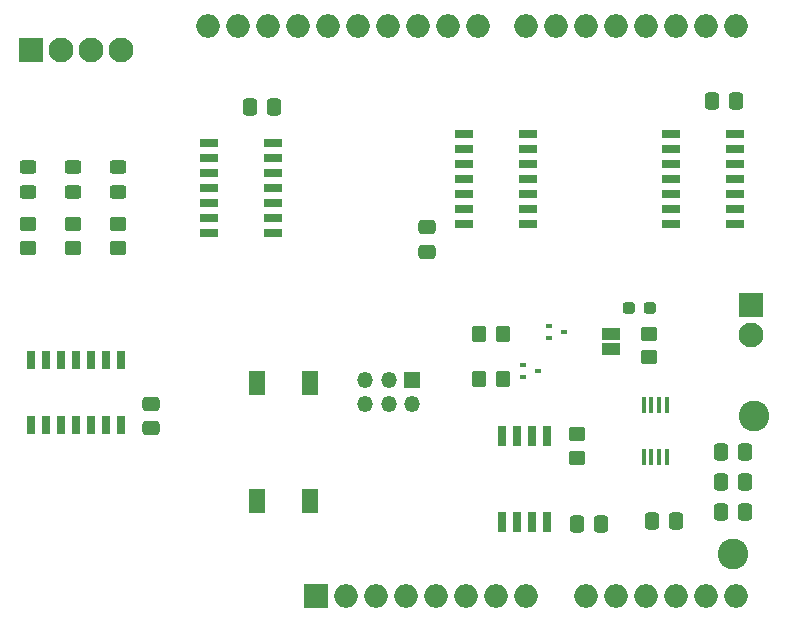
<source format=gbr>
%TF.GenerationSoftware,KiCad,Pcbnew,(6.0.5)*%
%TF.CreationDate,2022-06-24T11:28:33+01:00*%
%TF.ProjectId,Driver PCB,44726976-6572-4205-9043-422e6b696361,0*%
%TF.SameCoordinates,Original*%
%TF.FileFunction,Soldermask,Top*%
%TF.FilePolarity,Negative*%
%FSLAX46Y46*%
G04 Gerber Fmt 4.6, Leading zero omitted, Abs format (unit mm)*
G04 Created by KiCad (PCBNEW (6.0.5)) date 2022-06-24 11:28:33*
%MOMM*%
%LPD*%
G01*
G04 APERTURE LIST*
G04 Aperture macros list*
%AMRoundRect*
0 Rectangle with rounded corners*
0 $1 Rounding radius*
0 $2 $3 $4 $5 $6 $7 $8 $9 X,Y pos of 4 corners*
0 Add a 4 corners polygon primitive as box body*
4,1,4,$2,$3,$4,$5,$6,$7,$8,$9,$2,$3,0*
0 Add four circle primitives for the rounded corners*
1,1,$1+$1,$2,$3*
1,1,$1+$1,$4,$5*
1,1,$1+$1,$6,$7*
1,1,$1+$1,$8,$9*
0 Add four rect primitives between the rounded corners*
20,1,$1+$1,$2,$3,$4,$5,0*
20,1,$1+$1,$4,$5,$6,$7,0*
20,1,$1+$1,$6,$7,$8,$9,0*
20,1,$1+$1,$8,$9,$2,$3,0*%
G04 Aperture macros list end*
%ADD10R,2.000000X2.000000*%
%ADD11O,2.000000X2.000000*%
%ADD12R,0.650000X1.550000*%
%ADD13R,2.100000X2.100000*%
%ADD14C,2.100000*%
%ADD15RoundRect,0.250000X0.450000X-0.350000X0.450000X0.350000X-0.450000X0.350000X-0.450000X-0.350000X0*%
%ADD16R,0.510000X0.400000*%
%ADD17R,1.550000X0.650000*%
%ADD18RoundRect,0.250000X-0.337500X-0.475000X0.337500X-0.475000X0.337500X0.475000X-0.337500X0.475000X0*%
%ADD19RoundRect,0.250000X0.337500X0.475000X-0.337500X0.475000X-0.337500X-0.475000X0.337500X-0.475000X0*%
%ADD20R,1.500000X1.000000*%
%ADD21RoundRect,0.250000X-0.450000X0.350000X-0.450000X-0.350000X0.450000X-0.350000X0.450000X0.350000X0*%
%ADD22R,1.350000X1.350000*%
%ADD23O,1.350000X1.350000*%
%ADD24RoundRect,0.250000X0.450000X-0.325000X0.450000X0.325000X-0.450000X0.325000X-0.450000X-0.325000X0*%
%ADD25RoundRect,0.237500X0.287500X0.237500X-0.287500X0.237500X-0.287500X-0.237500X0.287500X-0.237500X0*%
%ADD26R,0.650000X1.700000*%
%ADD27RoundRect,0.250000X-0.475000X0.337500X-0.475000X-0.337500X0.475000X-0.337500X0.475000X0.337500X0*%
%ADD28RoundRect,0.250000X0.475000X-0.337500X0.475000X0.337500X-0.475000X0.337500X-0.475000X-0.337500X0*%
%ADD29RoundRect,0.250000X0.350000X0.450000X-0.350000X0.450000X-0.350000X-0.450000X0.350000X-0.450000X0*%
%ADD30C,2.600000*%
%ADD31R,1.400000X2.100000*%
%ADD32R,0.450000X1.425000*%
G04 APERTURE END LIST*
D10*
%TO.C,A1*%
X119380000Y-105918000D03*
D11*
X121920000Y-105918000D03*
X124460000Y-105918000D03*
X127000000Y-105918000D03*
X129540000Y-105918000D03*
X132080000Y-105918000D03*
X134620000Y-105918000D03*
X137160000Y-105918000D03*
X142240000Y-105918000D03*
X144780000Y-105918000D03*
X147320000Y-105918000D03*
X149860000Y-105918000D03*
X152400000Y-105918000D03*
X154940000Y-105918000D03*
X154940000Y-57658000D03*
X152400000Y-57658000D03*
X149860000Y-57658000D03*
X147320000Y-57658000D03*
X144780000Y-57658000D03*
X142240000Y-57658000D03*
X139700000Y-57658000D03*
X137160000Y-57658000D03*
X133100000Y-57658000D03*
X130560000Y-57658000D03*
X128020000Y-57658000D03*
X125480000Y-57658000D03*
X122940000Y-57658000D03*
X120400000Y-57658000D03*
X117860000Y-57658000D03*
X115320000Y-57658000D03*
X112780000Y-57658000D03*
X110240000Y-57658000D03*
%TD*%
D12*
%TO.C,IC4*%
X102870000Y-85921000D03*
X101600000Y-85921000D03*
X100330000Y-85921000D03*
X99060000Y-85921000D03*
X97790000Y-85921000D03*
X96520000Y-85921000D03*
X95250000Y-85921000D03*
X95250000Y-91371000D03*
X96520000Y-91371000D03*
X97790000Y-91371000D03*
X99060000Y-91371000D03*
X100330000Y-91371000D03*
X101600000Y-91371000D03*
X102870000Y-91371000D03*
%TD*%
D13*
%TO.C,J2*%
X156210000Y-81280000D03*
D14*
X156210000Y-83820000D03*
%TD*%
D15*
%TO.C,R3*%
X94996000Y-74431000D03*
X94996000Y-76431000D03*
%TD*%
D16*
%TO.C,Q2*%
X136870600Y-86317200D03*
X136870600Y-87317200D03*
X138160600Y-86817200D03*
%TD*%
D13*
%TO.C,J4*%
X95245000Y-59690000D03*
D14*
X97785000Y-59690000D03*
X100325000Y-59690000D03*
X102865000Y-59690000D03*
%TD*%
D17*
%TO.C,IC3*%
X149421000Y-66802000D03*
X149421000Y-68072000D03*
X149421000Y-69342000D03*
X149421000Y-70612000D03*
X149421000Y-71882000D03*
X149421000Y-73152000D03*
X149421000Y-74422000D03*
X154871000Y-74422000D03*
X154871000Y-73152000D03*
X154871000Y-71882000D03*
X154871000Y-70612000D03*
X154871000Y-69342000D03*
X154871000Y-68072000D03*
X154871000Y-66802000D03*
%TD*%
%TO.C,IC2*%
X115755000Y-67564000D03*
X115755000Y-68834000D03*
X115755000Y-70104000D03*
X115755000Y-71374000D03*
X115755000Y-72644000D03*
X115755000Y-73914000D03*
X115755000Y-75184000D03*
X110305000Y-75184000D03*
X110305000Y-73914000D03*
X110305000Y-72644000D03*
X110305000Y-71374000D03*
X110305000Y-70104000D03*
X110305000Y-68834000D03*
X110305000Y-67564000D03*
%TD*%
D18*
%TO.C,C8*%
X143531500Y-99800500D03*
X141456500Y-99800500D03*
%TD*%
D16*
%TO.C,Q1*%
X139055000Y-83066000D03*
X139055000Y-84066000D03*
X140345000Y-83566000D03*
%TD*%
D15*
%TO.C,R2*%
X98806000Y-76431000D03*
X98806000Y-74431000D03*
%TD*%
D19*
%TO.C,C3*%
X155702000Y-98806000D03*
X153627000Y-98806000D03*
%TD*%
D20*
%TO.C,JP1*%
X144345739Y-83668761D03*
X144345739Y-84968761D03*
%TD*%
D21*
%TO.C,R7*%
X147520739Y-83668761D03*
X147520739Y-85668761D03*
%TD*%
D18*
%TO.C,C9*%
X149860000Y-99568000D03*
X147785000Y-99568000D03*
%TD*%
D22*
%TO.C,J1*%
X127508000Y-87630000D03*
D23*
X127508000Y-89630000D03*
X125508000Y-87630000D03*
X125508000Y-89630000D03*
X123508000Y-87630000D03*
X123508000Y-89630000D03*
%TD*%
D24*
%TO.C,D1*%
X102616000Y-71646000D03*
X102616000Y-69596000D03*
%TD*%
D19*
%TO.C,C2*%
X155702000Y-96266000D03*
X153627000Y-96266000D03*
%TD*%
D24*
%TO.C,D3*%
X94996000Y-71646000D03*
X94996000Y-69596000D03*
%TD*%
D25*
%TO.C,D4*%
X147645000Y-81507022D03*
X145895000Y-81507022D03*
%TD*%
D21*
%TO.C,R6*%
X141478000Y-94180500D03*
X141478000Y-92180500D03*
%TD*%
D24*
%TO.C,D2*%
X98806000Y-71646000D03*
X98806000Y-69596000D03*
%TD*%
D19*
%TO.C,C5*%
X115824000Y-64516000D03*
X113749000Y-64516000D03*
%TD*%
D26*
%TO.C,U10*%
X138938000Y-99640500D03*
X137668000Y-99640500D03*
X136398000Y-99640500D03*
X135128000Y-99640500D03*
X135128000Y-92340500D03*
X136398000Y-92340500D03*
X137668000Y-92340500D03*
X138938000Y-92340500D03*
%TD*%
D27*
%TO.C,C4*%
X128778000Y-74676000D03*
X128778000Y-76751000D03*
%TD*%
D28*
%TO.C,C7*%
X105410000Y-91694000D03*
X105410000Y-89619000D03*
%TD*%
D29*
%TO.C,R5*%
X133185739Y-87478761D03*
X135185739Y-87478761D03*
%TD*%
%TO.C,R4*%
X133185739Y-83668761D03*
X135185739Y-83668761D03*
%TD*%
D30*
%TO.C,J7*%
X156464000Y-90678000D03*
%TD*%
%TO.C,J5*%
X154686000Y-102362000D03*
%TD*%
D19*
%TO.C,C1*%
X155702000Y-93726000D03*
X153627000Y-93726000D03*
%TD*%
D31*
%TO.C,SW1*%
X114336000Y-97876000D03*
X114336000Y-87876000D03*
X118836000Y-97876000D03*
X118836000Y-87876000D03*
%TD*%
D15*
%TO.C,R1*%
X102616000Y-76431000D03*
X102616000Y-74431000D03*
%TD*%
D19*
%TO.C,C6*%
X154940000Y-64008000D03*
X152865000Y-64008000D03*
%TD*%
D17*
%TO.C,IC1*%
X137323500Y-74422000D03*
X137323500Y-73152000D03*
X137323500Y-71882000D03*
X137323500Y-70612000D03*
X137323500Y-69342000D03*
X137323500Y-68072000D03*
X137323500Y-66802000D03*
X131873500Y-66802000D03*
X131873500Y-68072000D03*
X131873500Y-69342000D03*
X131873500Y-70612000D03*
X131873500Y-71882000D03*
X131873500Y-73152000D03*
X131873500Y-74422000D03*
%TD*%
D32*
%TO.C,IC5*%
X149057000Y-89736000D03*
X148407000Y-89736000D03*
X147757000Y-89736000D03*
X147107000Y-89736000D03*
X147107000Y-94160000D03*
X147757000Y-94160000D03*
X148407000Y-94160000D03*
X149057000Y-94160000D03*
%TD*%
M02*

</source>
